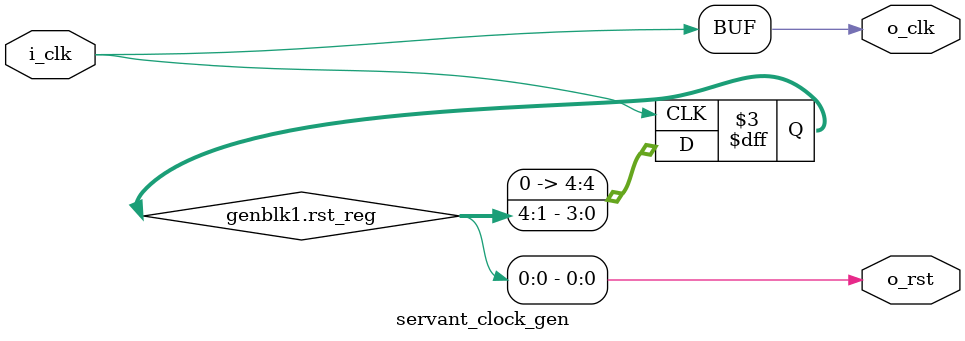
<source format=v>
`default_nettype none
module servant_clock_gen
  (
   input wire  i_clk,
   output wire o_clk,
   output wire o_rst);

   parameter [79:0] PLL = "NONE";

   generate
      if ((PLL == "ICE40_CORE") || (PLL == "ICE40_PAD")) begin
	 ice40_pll #(.PLL (PLL)) pll
	   (.i_clk (i_clk),
	    .o_clk (o_clk),
	    .o_rst (o_rst));
      end else begin
	 assign o_clk = i_clk;

	 reg [4:0] rst_reg = 5'b11111;

	 always @(posedge o_clk)
	   rst_reg <= {1'b0, rst_reg[4:1]};
	 assign o_rst = rst_reg[0];
      end
   endgenerate
endmodule
`default_nettype wire

</source>
